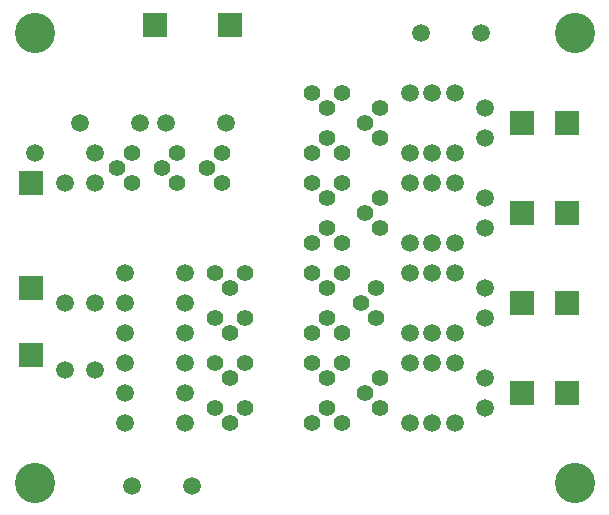
<source format=gts>
G75*
G70*
%OFA0B0*%
%FSLAX24Y24*%
%IPPOS*%
%LPD*%
%AMOC8*
5,1,8,0,0,1.08239X$1,22.5*
%
%ADD10C,0.0595*%
%ADD11C,0.0556*%
%ADD12C,0.1340*%
%ADD13R,0.0789X0.0789*%
D10*
X004600Y002035D03*
X006600Y002035D03*
X006350Y004160D03*
X006350Y005160D03*
X006350Y006160D03*
X006350Y007160D03*
X006350Y008160D03*
X006350Y009160D03*
X004350Y009160D03*
X004350Y008160D03*
X004350Y007160D03*
X003350Y008160D03*
X002350Y008160D03*
X004350Y006160D03*
X004350Y005160D03*
X004350Y004160D03*
X003350Y005910D03*
X002350Y005910D03*
X002350Y012160D03*
X003350Y012160D03*
X003350Y013160D03*
X002850Y014160D03*
X001350Y013160D03*
X004850Y014160D03*
X005725Y014160D03*
X007725Y014160D03*
X013850Y013160D03*
X014600Y013160D03*
X015350Y013160D03*
X016350Y013660D03*
X016350Y014660D03*
X015350Y015160D03*
X014600Y015160D03*
X013850Y015160D03*
X014225Y017160D03*
X016225Y017160D03*
X015350Y012160D03*
X014600Y012160D03*
X013850Y012160D03*
X013850Y010160D03*
X014600Y010160D03*
X015350Y010160D03*
X016350Y010660D03*
X016350Y011660D03*
X015350Y009160D03*
X014600Y009160D03*
X013850Y009160D03*
X013850Y007160D03*
X014600Y007160D03*
X015350Y007160D03*
X016350Y007660D03*
X016350Y008660D03*
X015350Y006160D03*
X014600Y006160D03*
X013850Y006160D03*
X013850Y004160D03*
X014600Y004160D03*
X015350Y004160D03*
X016350Y004660D03*
X016350Y005660D03*
D11*
X012850Y005660D03*
X012350Y005160D03*
X012850Y004660D03*
X011600Y004160D03*
X011100Y004660D03*
X010600Y004160D03*
X011100Y005660D03*
X010600Y006160D03*
X011600Y006160D03*
X011600Y007160D03*
X011100Y007660D03*
X010600Y007160D03*
X011100Y008660D03*
X010600Y009160D03*
X011600Y009160D03*
X011600Y010160D03*
X011100Y010660D03*
X010600Y010160D03*
X011100Y011660D03*
X010600Y012160D03*
X011600Y012160D03*
X011600Y013160D03*
X011100Y013660D03*
X010600Y013160D03*
X011100Y014660D03*
X010600Y015160D03*
X011600Y015160D03*
X012350Y014160D03*
X012850Y013660D03*
X012850Y014660D03*
X012850Y011660D03*
X012350Y011160D03*
X012850Y010660D03*
X012725Y008660D03*
X012225Y008160D03*
X012725Y007660D03*
X008350Y007660D03*
X007850Y007160D03*
X007350Y007660D03*
X007850Y008660D03*
X007350Y009160D03*
X008350Y009160D03*
X007600Y012160D03*
X007100Y012660D03*
X007600Y013160D03*
X006100Y013160D03*
X005600Y012660D03*
X006100Y012160D03*
X004600Y012160D03*
X004100Y012660D03*
X004600Y013160D03*
X007350Y006160D03*
X007850Y005660D03*
X008350Y006160D03*
X008350Y004660D03*
X007850Y004160D03*
X007350Y004660D03*
D12*
X001350Y002160D03*
X001350Y017160D03*
X019350Y017160D03*
X019350Y002160D03*
D13*
X019100Y005160D03*
X017600Y005160D03*
X017600Y008160D03*
X019100Y008160D03*
X019100Y011160D03*
X017600Y011160D03*
X017600Y014160D03*
X019100Y014160D03*
X007850Y017410D03*
X005350Y017410D03*
X001225Y012160D03*
X001225Y008660D03*
X001225Y006410D03*
M02*

</source>
